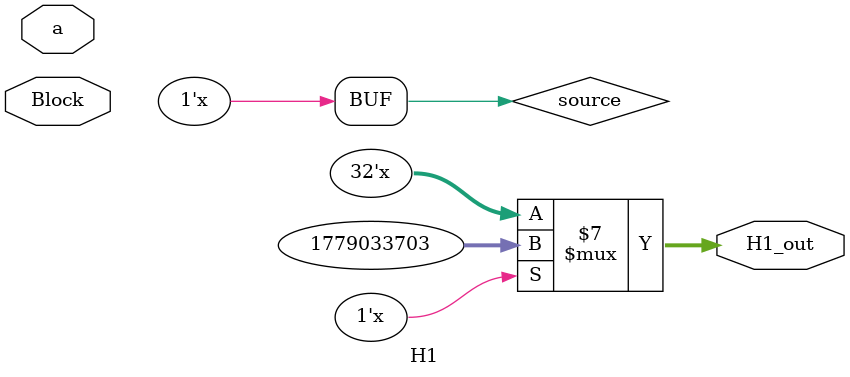
<source format=v>
`timescale 1ns / 1ps
module H1(input Block, input [31:0] a, output reg [31:0] H1_out );

reg source;			// 0 - read from initial values. 1 - read from intermediate

initial
begin
source = 1;
//	H1_out = 32'h6a09e667;
end

always @ (Block)
begin
	source = ~source;
	if (source == 0)		//initial block, reading default values
		begin
			H1_out = 32'h6a09e667;
		end
	else
		begin
			H1_out = a + H1_out;
		end
		
end

endmodule

</source>
